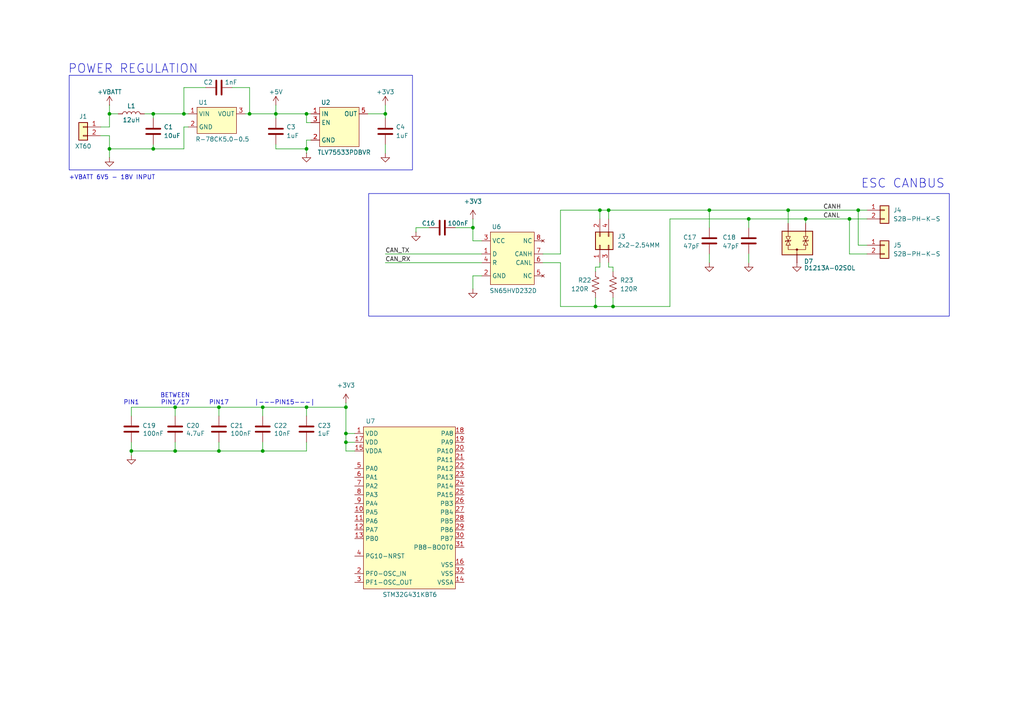
<source format=kicad_sch>
(kicad_sch (version 20231120) (generator "eeschema") (generator_version "8.0")
  (paper "A4")
  (title_block (comment 1 "REVIEWED BY:") (comment 3 "GITHUB: /nikphillydev") (comment 4 "DRAWN BY: N.PHILIPENKO") (comment 5 "SIGNED:"))
  (lib_symbols
    (symbol "Connector_Generic:Conn_01x02" (pin_names (offset 1.016) hide)
      (property "Reference" "J" (at 0 2.54 0))
      (property "Value" "Conn_01x02" (at 0 -5.08 0))
      (symbol "Conn_01x02_1_1"
        (rectangle (start -1.27 -2.413) (end 0 -2.667) (stroke (width 0.1524)))
        (rectangle (start -1.27 0.127) (end 0 -0.127) (stroke (width 0.1524)))
        (rectangle (start -1.27 1.27) (end 1.27 -3.81) (stroke (width 0.254)) (fill (type background)))
        (pin passive line (at -5.08 0 0) (length 3.81) (name "Pin_1") (number "1"))
        (pin passive line (at -5.08 -2.54 0) (length 3.81) (name "Pin_2") (number "2"))
      )
    )
    (symbol "Connector_Generic:Conn_02x02_Odd_Even" (pin_names (offset 1.016) hide)
      (property "Reference" "J" (at 1.27 2.54 0))
      (property "Value" "Conn_02x02_Odd_Even" (at 1.27 -5.08 0))
      (symbol "Conn_02x02_Odd_Even_1_1"
        (rectangle (start -1.27 -2.413) (end 0 -2.667) (stroke (width 0.1524)))
        (rectangle (start -1.27 0.127) (end 0 -0.127) (stroke (width 0.1524)))
        (rectangle (start -1.27 1.27) (end 3.81 -3.81) (stroke (width 0.254)) (fill (type background)))
        (rectangle (start 3.81 -2.413) (end 2.54 -2.667) (stroke (width 0.1524)))
        (rectangle (start 3.81 0.127) (end 2.54 -0.127) (stroke (width 0.1524)))
        (pin passive line (at -5.08 0 0) (length 3.81) (name "Pin_1") (number "1"))
        (pin passive line (at 7.62 0 180) (length 3.81) (name "Pin_2") (number "2"))
        (pin passive line (at -5.08 -2.54 0) (length 3.81) (name "Pin_3") (number "3"))
        (pin passive line (at 7.62 -2.54 180) (length 3.81) (name "Pin_4") (number "4"))
      )
    )
    (symbol "Device:C" (pin_numbers hide) (pin_names (offset 0.254))
      (property "Reference" "C" (at 0.635 2.54 0))
      (property "Value" "C" (at 0.635 -2.54 0))
      (symbol "C_0_1"
        (polyline (pts (xy -2.032 -0.762) (xy 2.032 -0.762)) (stroke (width 0.508)))
        (polyline (pts (xy -2.032 0.762) (xy 2.032 0.762)) (stroke (width 0.508)))
      )
      (symbol "C_1_1"
        (pin passive line (at 0 3.81 270) (length 2.794) (name "~") (number "1"))
        (pin passive line (at 0 -3.81 90) (length 2.794) (name "~") (number "2"))
      )
    )
    (symbol "Device:L" (pin_numbers hide) (pin_names (offset 1.016) hide)
      (property "Reference" "L" (at -1.27 0 90))
      (property "Value" "L" (at 1.905 0 90))
      (symbol "L_0_1"
        (arc (start 0 -2.54) (mid 0.6323 -1.905) (end 0 -1.27))
        (arc (start 0 -1.27) (mid 0.6323 -0.635) (end 0 0))
        (arc (start 0 0) (mid 0.6323 0.635) (end 0 1.27))
        (arc (start 0 1.27) (mid 0.6323 1.905) (end 0 2.54))
      )
      (symbol "L_1_1"
        (pin passive line (at 0 3.81 270) (length 1.27) (name "1") (number "1"))
        (pin passive line (at 0 -3.81 90) (length 1.27) (name "2") (number "2"))
      )
    )
    (symbol "Device:R_US" (pin_numbers hide) (pin_names (offset 0))
      (property "Reference" "R" (at 2.54 0 90))
      (property "Value" "R_US" (at -2.54 0 90))
      (symbol "R_US_0_1"
        (polyline (pts (xy 0 -2.286) (xy 0 -2.54)))
        (polyline (pts (xy 0 2.286) (xy 0 2.54)))
        (polyline (pts (xy 0 -0.762) (xy 1.016 -1.143) (xy 0 -1.524) (xy -1.016 -1.905) (xy 0 -2.286)))
        (polyline (pts (xy 0 0.762) (xy 1.016 0.381) (xy 0 0) (xy -1.016 -0.381) (xy 0 -0.762)))
        (polyline (pts (xy 0 2.286) (xy 1.016 1.905) (xy 0 1.524) (xy -1.016 1.143) (xy 0 0.762)))
      )
      (symbol "R_US_1_1"
        (pin passive line (at 0 3.81 270) (length 1.27) (name "~") (number "1"))
        (pin passive line (at 0 -3.81 90) (length 1.27) (name "~") (number "2"))
      )
    )
    (symbol "ICs:R-78CKxx-0.5"
      (property "Reference" "U" (at -4.318 4.318 0))
      (property "Value" "R-78CKxx-0.5" (at 0.762 -5.842 0))
      (symbol "R-78CKxx-0.5_0_0"
        (pin power_in line (at -7.62 1.27 0) (length 2.54) (name "VIN") (number "1"))
        (pin passive line (at -7.62 -2.54 0) (length 2.54) (name "GND") (number "2"))
      )
      (symbol "R-78CKxx-0.5_1_0"
        (pin power_out line (at 8.89 1.27 180) (length 2.54) (name "VOUT") (number "3"))
      )
      (symbol "R-78CKxx-0.5_1_1"
        (rectangle (start -5.08 3.175) (end 6.35 -4.445) (fill (type background)))
      )
    )
    (symbol "ICs:STM32G431x6/x8/xB_LQFP32"
      (property "Reference" "U" (at -12.7 22.352 0))
      (property "Value" "STM32G431x6/x8/xB_LQFP32" (at -0.508 -27.686 0))
      (symbol "STM32G431x6/x8/xB_LQFP32_0_0"
        (pin power_in line (at -16.51 19.05 0) (length 2.54) (name "VDD") (number "1"))
        (pin passive line (at -16.51 -3.81 0) (length 2.54) (name "PA5") (number "10"))
        (pin passive line (at -16.51 -6.35 0) (length 2.54) (name "PA6") (number "11"))
        (pin passive line (at -16.51 -8.89 0) (length 2.54) (name "PA7") (number "12"))
        (pin passive line (at -16.51 -11.43 0) (length 2.54) (name "PB0") (number "13"))
        (pin passive line (at 15.24 -24.13 180) (length 2.54) (name "VSSA") (number "14"))
        (pin power_in line (at -16.51 13.97 0) (length 2.54) (name "VDDA") (number "15"))
        (pin passive line (at 15.24 -19.05 180) (length 2.54) (name "VSS") (number "16"))
        (pin passive line (at 15.24 19.05 180) (length 2.54) (name "PA8") (number "18"))
        (pin passive line (at 15.24 16.51 180) (length 2.54) (name "PA9") (number "19"))
        (pin passive line (at -16.51 -21.59 0) (length 2.54) (name "PF0-OSC_IN") (number "2"))
        (pin passive line (at 15.24 13.97 180) (length 2.54) (name "PA10") (number "20"))
        (pin passive line (at 15.24 11.43 180) (length 2.54) (name "PA11") (number "21"))
        (pin passive line (at 15.24 8.89 180) (length 2.54) (name "PA12") (number "22"))
        (pin passive line (at 15.24 6.35 180) (length 2.54) (name "PA13") (number "23"))
        (pin passive line (at 15.24 3.81 180) (length 2.54) (name "PA14") (number "24"))
        (pin passive line (at 15.24 1.27 180) (length 2.54) (name "PA15") (number "25"))
        (pin passive line (at 15.24 -1.27 180) (length 2.54) (name "PB3") (number "26"))
        (pin passive line (at 15.24 -3.81 180) (length 2.54) (name "PB4") (number "27"))
        (pin passive line (at 15.24 -6.35 180) (length 2.54) (name "PB5") (number "28"))
        (pin passive line (at 15.24 -8.89 180) (length 2.54) (name "PB6") (number "29"))
        (pin passive line (at -16.51 -24.13 0) (length 2.54) (name "PF1-OSC_OUT") (number "3"))
        (pin passive line (at 15.24 -11.43 180) (length 2.54) (name "PB7") (number "30"))
        (pin passive line (at 15.24 -13.97 180) (length 2.54) (name "PB8-BOOT0") (number "31"))
        (pin passive line (at 15.24 -21.59 180) (length 2.54) (name "VSS") (number "32"))
        (pin passive line (at -16.51 -16.51 0) (length 2.54) (name "PG10-NRST") (number "4"))
        (pin passive line (at -16.51 8.89 0) (length 2.54) (name "PA0") (number "5"))
        (pin passive line (at -16.51 6.35 0) (length 2.54) (name "PA1") (number "6"))
        (pin passive line (at -16.51 3.81 0) (length 2.54) (name "PA2") (number "7"))
        (pin passive line (at -16.51 1.27 0) (length 2.54) (name "PA3") (number "8"))
        (pin passive line (at -16.51 -1.27 0) (length 2.54) (name "PA4") (number "9"))
      )
      (symbol "STM32G431x6/x8/xB_LQFP32_1_0"
        (pin power_in line (at -16.51 16.51 0) (length 2.54) (name "VDD") (number "17"))
      )
      (symbol "STM32G431x6/x8/xB_LQFP32_1_1"
        (rectangle (start -13.97 20.955) (end 12.7 -26.035) (fill (type background)))
      )
    )
    (symbol "ICs:TLV755P-DBV"
      (property "Reference" "U" (at -4.572 5.588 0))
      (property "Value" "TLV755P-DBV" (at 0.508 -8.382 0))
      (symbol "TLV755P-DBV_0_0"
        (pin power_in line (at -7.62 2.54 0) (length 2.54) (name "IN") (number "1"))
        (pin passive line (at -7.62 -5.08 0) (length 2.54) (name "GND") (number "2"))
        (pin passive line (at -7.62 0 0) (length 2.54) (name "EN") (number "3"))
        (pin power_out line (at 8.89 2.54 180) (length 2.54) (name "OUT") (number "5"))
      )
      (symbol "TLV755P-DBV_1_0"
        (pin no_connect line (at 8.89 -5.08 180) (length 2.54) hide (name "NC") (number "4"))
      )
      (symbol "TLV755P-DBV_1_1"
        (rectangle (start -5.08 4.445) (end 6.35 -6.985) (fill (type background)))
      )
    )
    (symbol "SN65HVD232D_1"
      (property "Reference" "U" (at -5.334 8.89 0))
      (property "Value" "SN65HVD232D" (at 0 -9.144 0))
      (symbol "SN65HVD232D_1_0_0"
        (pin power_in line (at -8.89 5.08 0) (length 2.54) (name "VCC") (number "3"))
        (pin no_connect line (at 8.89 -5.08 180) (length 2.54) (name "NC") (number "5"))
        (pin passive line (at 8.89 -1.27 180) (length 2.54) (name "CANL") (number "6"))
        (pin passive line (at 8.89 1.27 180) (length 2.54) (name "CANH") (number "7"))
        (pin no_connect line (at 8.89 5.08 180) (length 2.54) (name "NC") (number "8"))
      )
      (symbol "SN65HVD232D_1_1_0"
        (pin passive line (at -8.89 1.27 0) (length 2.54) (name "D") (number "1"))
        (pin passive line (at -8.89 -5.08 0) (length 2.54) (name "GND") (number "2"))
        (pin passive line (at -8.89 -1.27 0) (length 2.54) (name "R") (number "4"))
      )
      (symbol "SN65HVD232D_1_1_1"
        (rectangle (start -6.35 7.62) (end 6.35 -7.62) (fill (type background)))
      )
    )
    (symbol "TVS_BIDIRECTIONAL_2CH_1" (pin_numbers hide) (pin_names hide)
      (property "Reference" "D" (at 2.54 -5.842 0))
      (symbol "TVS_BIDIRECTIONAL_2CH_1_0_0"
        (pin passive line (at 0 -6.35 90) (length 2.54) (name "A") (number "3"))
      )
      (symbol "TVS_BIDIRECTIONAL_2CH_1_0_1"
        (circle (center 0 -2.54) (radius 0.254) (fill (type outline)))
        (polyline (pts (xy -2.54 2.54) (xy -2.54 1.27)))
        (polyline (pts (xy 0 -2.54) (xy 0 -3.81)))
        (polyline (pts (xy 2.54 2.54) (xy 2.54 1.27)))
        (polyline (pts (xy -3.302 -0.254) (xy -3.302 0) (xy -1.905 0) (xy -1.778 0)))
        (polyline (pts (xy -3.302 -0.254) (xy -3.302 0) (xy -1.905 0) (xy -1.778 0)))
        (polyline (pts (xy -2.54 -1.27) (xy -2.54 -2.54) (xy 2.54 -2.54) (xy 2.54 -1.27)))
        (polyline (pts (xy -2.54 0) (xy -1.905 -1.27) (xy -3.175 -1.27) (xy -2.54 0)))
        (polyline (pts (xy -2.54 0) (xy -1.905 1.27) (xy -3.175 1.27) (xy -2.54 0)))
        (polyline (pts (xy -1.778 0.254) (xy -1.778 0) (xy -3.175 0) (xy -3.302 0)))
        (polyline (pts (xy 1.778 -0.254) (xy 1.778 0) (xy 3.175 0) (xy 3.302 0)))
        (polyline (pts (xy 2.54 0) (xy 1.905 -1.27) (xy 3.175 -1.27) (xy 2.54 0)))
        (polyline (pts (xy 2.54 0) (xy 1.905 1.27) (xy 3.175 1.27) (xy 2.54 0)))
        (polyline (pts (xy 3.302 0.254) (xy 3.302 0) (xy 1.905 0) (xy 1.778 0)))
      )
      (symbol "TVS_BIDIRECTIONAL_2CH_1_1_1"
        (rectangle (start -4.318 2.794) (end 4.572 -4.064) (stroke (width 0.254)) (fill (type background)))
        (pin passive line (at -2.54 5.08 270) (length 2.54) (name "K") (number "1"))
        (pin passive line (at 2.54 5.08 270) (length 2.54) (name "K") (number "2"))
      )
    )
    (symbol "power:+3.3V" (power) (pin_numbers hide) (pin_names (offset 0) hide)
      (property "Value" "+3.3V" (at 0 3.556 0))
      (symbol "+3.3V_0_1"
        (polyline (pts (xy -0.762 1.27) (xy 0 2.54)))
        (polyline (pts (xy 0 0) (xy 0 2.54)))
        (polyline (pts (xy 0 2.54) (xy 0.762 1.27)))
      )
      (symbol "+3.3V_1_1"
        (pin power_in line (at 0 0 90) (length 0) (name "~") (number "1"))
      )
    )
    (symbol "power:GND" (power) (pin_numbers hide) (pin_names (offset 0) hide)
      (property "Value" "GND" (at 0 -3.81 0))
      (symbol "GND_0_1"
        (polyline (pts (xy 0 0) (xy 0 -1.27) (xy 1.27 -1.27) (xy 0 -2.54) (xy -1.27 -1.27) (xy 0 -1.27)))
      )
      (symbol "GND_1_1"
        (pin power_in line (at 0 0 270) (length 0) (name "~") (number "1"))
      )
    )
  )
  (junction (at 100.33 118.11))
  (junction (at 177.8 88.9))
  (junction (at 72.39 33.02))
  (junction (at 111.76 33.02))
  (junction (at 205.74 60.96))
  (junction (at 173.99 60.96))
  (junction (at 137.16 66.04))
  (junction (at 217.17 63.5))
  (junction (at 100.33 125.73))
  (junction (at 50.8 118.11))
  (junction (at 76.2 130.81))
  (junction (at 53.34 33.02))
  (junction (at 50.8 130.81))
  (junction (at 88.9 118.11))
  (junction (at 31.75 33.02))
  (junction (at 31.75 43.18))
  (junction (at 76.2 118.11))
  (junction (at 63.5 130.81))
  (junction (at 176.53 60.96))
  (junction (at 248.92 60.96))
  (junction (at 246.38 63.5))
  (junction (at 233.68 63.5))
  (junction (at 63.5 118.11))
  (junction (at 228.6 60.96))
  (junction (at 38.1 130.81))
  (junction (at 80.01 33.02))
  (junction (at 44.45 33.02))
  (junction (at 88.9 43.18))
  (junction (at 172.72 88.9))
  (junction (at 44.45 43.18))
  (junction (at 88.9 33.02))
  (junction (at 100.33 128.27))
  (wire (pts (xy 72.39 25.4) (xy 72.39 33.02)))
  (wire (pts (xy 31.75 30.48) (xy 31.75 33.02)))
  (wire (pts (xy 102.87 125.73) (xy 100.33 125.73)))
  (wire (pts (xy 50.8 130.81) (xy 38.1 130.81)))
  (wire (pts (xy 205.74 60.96) (xy 228.6 60.96)))
  (wire (pts (xy 102.87 128.27) (xy 100.33 128.27)))
  (wire (pts (xy 172.72 86.36) (xy 172.72 88.9)))
  (wire (pts (xy 50.8 118.11) (xy 50.8 120.65)))
  (wire (pts (xy 173.99 60.96) (xy 173.99 63.5)))
  (wire (pts (xy 120.65 66.04) (xy 120.65 67.31)))
  (wire (pts (xy 76.2 118.11) (xy 88.9 118.11)))
  (wire (pts (xy 217.17 73.66) (xy 217.17 76.2)))
  (wire (pts (xy 38.1 120.65) (xy 38.1 118.11)))
  (wire (pts (xy 67.31 25.4) (xy 72.39 25.4)))
  (wire (pts (xy 63.5 130.81) (xy 50.8 130.81)))
  (wire (pts (xy 162.56 60.96) (xy 173.99 60.96)))
  (wire (pts (xy 162.56 76.2) (xy 162.56 88.9)))
  (wire (pts (xy 38.1 128.27) (xy 38.1 130.81)))
  (wire (pts (xy 251.46 73.66) (xy 246.38 73.66)))
  (wire (pts (xy 44.45 33.02) (xy 53.34 33.02)))
  (wire (pts (xy 63.5 128.27) (xy 63.5 130.81)))
  (wire (pts (xy 72.39 33.02) (xy 80.01 33.02)))
  (wire (pts (xy 111.76 76.2) (xy 139.7 76.2)))
  (wire (pts (xy 172.72 77.47) (xy 172.72 78.74)))
  (wire (pts (xy 246.38 73.66) (xy 246.38 63.5)))
  (wire (pts (xy 29.21 39.37) (xy 31.75 39.37)))
  (wire (pts (xy 251.46 71.12) (xy 248.92 71.12)))
  (wire (pts (xy 173.99 77.47) (xy 172.72 77.47)))
  (wire (pts (xy 88.9 35.56) (xy 88.9 33.02)))
  (wire (pts (xy 137.16 63.5) (xy 137.16 66.04)))
  (wire (pts (xy 80.01 30.48) (xy 80.01 33.02)))
  (wire (pts (xy 50.8 118.11) (xy 63.5 118.11)))
  (wire (pts (xy 53.34 25.4) (xy 53.34 33.02)))
  (wire (pts (xy 44.45 33.02) (xy 44.45 34.29)))
  (wire (pts (xy 100.33 128.27) (xy 100.33 125.73)))
  (wire (pts (xy 205.74 73.66) (xy 205.74 76.2)))
  (wire (pts (xy 205.74 66.04) (xy 205.74 60.96)))
  (wire (pts (xy 88.9 130.81) (xy 76.2 130.81)))
  (wire (pts (xy 162.56 73.66) (xy 162.56 60.96)))
  (wire (pts (xy 176.53 60.96) (xy 205.74 60.96)))
  (wire (pts (xy 100.33 118.11) (xy 100.33 125.73)))
  (wire (pts (xy 100.33 116.84) (xy 100.33 118.11)))
  (wire (pts (xy 80.01 41.91) (xy 80.01 43.18)))
  (wire (pts (xy 76.2 118.11) (xy 76.2 120.65)))
  (wire (pts (xy 44.45 43.18) (xy 31.75 43.18)))
  (wire (pts (xy 44.45 41.91) (xy 44.45 43.18)))
  (wire (pts (xy 228.6 60.96) (xy 228.6 64.77)))
  (wire (pts (xy 137.16 80.01) (xy 137.16 83.82)))
  (wire (pts (xy 132.08 66.04) (xy 137.16 66.04)))
  (wire (pts (xy 41.91 33.02) (xy 44.45 33.02)))
  (wire (pts (xy 248.92 60.96) (xy 251.46 60.96)))
  (wire (pts (xy 111.76 41.91) (xy 111.76 44.45)))
  (wire (pts (xy 53.34 36.83) (xy 54.61 36.83)))
  (wire (pts (xy 100.33 130.81) (xy 100.33 128.27)))
  (wire (pts (xy 217.17 63.5) (xy 217.17 66.04)))
  (wire (pts (xy 76.2 128.27) (xy 76.2 130.81)))
  (wire (pts (xy 228.6 60.96) (xy 248.92 60.96)))
  (wire (pts (xy 194.31 63.5) (xy 217.17 63.5)))
  (wire (pts (xy 217.17 63.5) (xy 233.68 63.5)))
  (wire (pts (xy 177.8 86.36) (xy 177.8 88.9)))
  (wire (pts (xy 111.76 30.48) (xy 111.76 33.02)))
  (wire (pts (xy 177.8 77.47) (xy 177.8 78.74)))
  (wire (pts (xy 31.75 36.83) (xy 29.21 36.83)))
  (wire (pts (xy 31.75 33.02) (xy 34.29 33.02)))
  (wire (pts (xy 90.17 35.56) (xy 88.9 35.56)))
  (wire (pts (xy 31.75 33.02) (xy 31.75 36.83)))
  (wire (pts (xy 124.46 66.04) (xy 120.65 66.04)))
  (wire (pts (xy 80.01 34.29) (xy 80.01 33.02)))
  (wire (pts (xy 88.9 40.64) (xy 88.9 43.18)))
  (wire (pts (xy 139.7 69.85) (xy 137.16 69.85)))
  (wire (pts (xy 72.39 33.02) (xy 71.12 33.02)))
  (wire (pts (xy 53.34 36.83) (xy 53.34 43.18)))
  (wire (pts (xy 137.16 66.04) (xy 137.16 69.85)))
  (wire (pts (xy 102.87 130.81) (xy 100.33 130.81)))
  (wire (pts (xy 106.68 33.02) (xy 111.76 33.02)))
  (wire (pts (xy 88.9 118.11) (xy 100.33 118.11)))
  (wire (pts (xy 173.99 60.96) (xy 176.53 60.96)))
  (wire (pts (xy 233.68 63.5) (xy 246.38 63.5)))
  (wire (pts (xy 31.75 39.37) (xy 31.75 43.18)))
  (wire (pts (xy 31.75 43.18) (xy 31.75 45.72)))
  (wire (pts (xy 76.2 130.81) (xy 63.5 130.81)))
  (wire (pts (xy 172.72 88.9) (xy 177.8 88.9)))
  (wire (pts (xy 111.76 73.66) (xy 139.7 73.66)))
  (wire (pts (xy 50.8 128.27) (xy 50.8 130.81)))
  (wire (pts (xy 59.69 25.4) (xy 53.34 25.4)))
  (wire (pts (xy 38.1 130.81) (xy 38.1 132.08)))
  (wire (pts (xy 176.53 60.96) (xy 176.53 63.5)))
  (wire (pts (xy 157.48 73.66) (xy 162.56 73.66)))
  (wire (pts (xy 63.5 118.11) (xy 63.5 120.65)))
  (wire (pts (xy 233.68 64.77) (xy 233.68 63.5)))
  (wire (pts (xy 38.1 118.11) (xy 50.8 118.11)))
  (wire (pts (xy 88.9 33.02) (xy 90.17 33.02)))
  (wire (pts (xy 139.7 80.01) (xy 137.16 80.01)))
  (wire (pts (xy 194.31 88.9) (xy 194.31 63.5)))
  (wire (pts (xy 177.8 88.9) (xy 194.31 88.9)))
  (wire (pts (xy 80.01 33.02) (xy 88.9 33.02)))
  (wire (pts (xy 53.34 33.02) (xy 54.61 33.02)))
  (wire (pts (xy 248.92 60.96) (xy 248.92 71.12)))
  (wire (pts (xy 176.53 76.2) (xy 176.53 77.47)))
  (wire (pts (xy 80.01 43.18) (xy 88.9 43.18)))
  (wire (pts (xy 90.17 40.64) (xy 88.9 40.64)))
  (wire (pts (xy 111.76 33.02) (xy 111.76 34.29)))
  (wire (pts (xy 173.99 76.2) (xy 173.99 77.47)))
  (wire (pts (xy 63.5 118.11) (xy 76.2 118.11)))
  (wire (pts (xy 88.9 43.18) (xy 88.9 44.45)))
  (wire (pts (xy 88.9 118.11) (xy 88.9 120.65)))
  (wire (pts (xy 88.9 128.27) (xy 88.9 130.81)))
  (wire (pts (xy 162.56 88.9) (xy 172.72 88.9)))
  (wire (pts (xy 157.48 76.2) (xy 162.56 76.2)))
  (wire (pts (xy 176.53 77.47) (xy 177.8 77.47)))
  (wire (pts (xy 53.34 43.18) (xy 44.45 43.18)))
  (wire (pts (xy 246.38 63.5) (xy 251.46 63.5)))
  (rectangle (start 20.066 21.844) (end 119.634 49.276))
  (rectangle (start 106.934 56.134) (end 275.336 91.694))
  (text "|---PIN15---|" (at 82.55 116.84 0) (effects (font (size 1.27 1.27))))
  (text "POWER REGULATION" (at 38.608 20.066 0) (effects (font (size 2.54 2.54))))
  (text "PIN1" (at 38.1 116.84 0) (effects (font (size 1.27 1.27))))
  (text "+VBATT 6V5 - 18V INPUT" (at 32.512 51.562 0) (effects (font (size 1.27 1.27))))
  (text "ESC CANBUS" (at 261.874 53.34 0) (effects (font (size 2.54 2.54))))
  (text "PIN17" (at 63.5 116.84 0) (effects (font (size 1.27 1.27))))
  (text "BETWEEN\nPIN1/17" (at 50.8 115.824 0) (effects (font (size 1.27 1.27))))
  (label "CAN_RX" (at 111.76 76.2 0))
  (label "CAN_TX" (at 111.76 73.66 0))
  (label "CANL" (at 238.76 63.5 0))
  (label "CANH" (at 238.76 60.96 0))
  (symbol (lib_name "SN65HVD232D_1") (lib_id "ICs:SN65HVD232D") (at 148.59 74.93 0) (unit 1)
    (property "Reference" "U6" (at 144.018 65.786 0))
    (property "Value" "SN65HVD232D" (at 148.844 84.328 0))
    (property "Footprint" "ICs:TI_SOIC-8" (effects (hide yes)))
    (property "JLCPCB Part#" "C30530" (effects (hide yes)))
  )
  (symbol (lib_id "Device:C") (at 88.9 124.46 180) (unit 1)
    (property "Reference" "C23" (at 96.012 123.444 0) (effects (justify left)))
    (property "Value" "1uF" (at 95.758 125.73 0) (effects (justify left)))
    (property "Footprint" "Capacitors:CAP_0402_1005Metric" (effects (hide yes)))
    (property "Description" "Unpolarized capacitor" (effects (hide yes)))
    (property "JLCPCB Part#" "C77020" (effects (hide yes)))
  )
  (symbol (lib_id "power:GND") (at 231.14 76.2 0) (unit 1)
    (property "Reference" "#PWR034" (effects (hide yes)))
    (property "Value" "GND" (effects (hide yes)))
    (property "Description" "Power symbol creates a global label with name \"GND\" , ground" (effects (hide yes)))
  )
  (symbol (lib_id "Connector_Generic:Conn_02x02_Odd_Even") (at 173.99 71.12 90) (unit 1)
    (property "Reference" "J3" (at 179.07 68.5799 90) (effects (justify right)))
    (property "Value" "2x2-2.54MM " (at 179.07 71.1199 90) (effects (justify right)))
    (property "Footprint" "Connectors:CONN_MALE_TH_2.54MM_2x2" (effects (hide yes)))
    (property "Description" "Generic connector, double row, 02x02, odd/even pin numbering scheme (row 1 odd numbers, row 2 even numbers), script generated (kicad-library-utils/schlib/autogen/connector/)" (effects (hide yes)))
    (property "JLCPCB Part#" "C66690" (effects (hide yes)))
  )
  (symbol (lib_id "power:GND") (at 217.17 76.2 0) (unit 1)
    (property "Reference" "#PWR033" (effects (hide yes)))
    (property "Value" "GND" (effects (hide yes)))
    (property "Description" "Power symbol creates a global label with name \"GND\" , ground" (effects (hide yes)))
  )
  (symbol (lib_id "Device:C") (at 217.17 69.85 0) (unit 1)
    (property "Reference" "C18" (at 209.55 68.834 0) (effects (justify left)))
    (property "Value" "47pF" (at 209.55 71.374 0) (effects (justify left)))
    (property "Footprint" "Capacitors:CAP_0402_1005Metric" (effects (hide yes)))
    (property "Description" "Unpolarized capacitor" (effects (hide yes)))
    (property "JLCPCB Part#" "C76970" (effects (hide yes)))
  )
  (symbol (lib_id "power:+3.3V") (at 111.76 30.48 0) (unit 1)
    (property "Reference" "#PWR05" (effects (hide yes)))
    (property "Value" "+3V3" (at 111.76 26.67 0))
    (property "Description" "Power symbol creates a global label with name \"+3.3V\"" (effects (hide yes)))
  )
  (symbol (lib_id "Device:R_US") (at 177.8 82.55 0) (unit 1)
    (property "Reference" "R23" (at 179.832 81.28 0) (effects (justify left)))
    (property "Value" "120R" (at 179.832 83.82 0) (effects (justify left)))
    (property "Footprint" "Resistors:RES_0603_1608Metric" (effects (hide yes)))
    (property "Description" "Resistor, US symbol" (effects (hide yes)))
    (property "JLCPCB Part#" "C22787" (effects (hide yes)))
  )
  (symbol (lib_id "Connector_Generic:Conn_01x02") (at 24.13 36.83 0) (mirror y) (unit 1)
    (property "Reference" "J1" (at 24.13 33.782 0))
    (property "Value" "XT60" (at 24.13 42.418 0))
    (property "Footprint" "Connectors:CONN_MALE_TH_XT60" (effects (hide yes)))
    (property "Description" "Generic connector, single row, 01x02, script generated (kicad-library-utils/schlib/autogen/connector/)" (effects (hide yes)))
  )
  (symbol (lib_id "power:GND") (at 88.9 44.45 0) (unit 1)
    (property "Reference" "#PWR04" (effects (hide yes)))
    (property "Value" "GND" (effects (hide yes)))
    (property "Description" "Power symbol creates a global label with name \"GND\" , ground" (effects (hide yes)))
  )
  (symbol (lib_id "power:GND") (at 38.1 132.08 0) (unit 1)
    (property "Reference" "#PWR035" (effects (hide yes)))
    (property "Value" "GND" (effects (hide yes)))
    (property "Description" "Power symbol creates a global label with name \"GND\" , ground" (effects (hide yes)))
  )
  (symbol (lib_id "power:GND") (at 120.65 67.31 0) (unit 1)
    (property "Reference" "#PWR029" (effects (hide yes)))
    (property "Value" "GND" (effects (hide yes)))
    (property "Description" "Power symbol creates a global label with name \"GND\" , ground" (effects (hide yes)))
  )
  (symbol (lib_id "Device:C") (at 111.76 38.1 0) (unit 1)
    (property "Reference" "C4" (at 114.808 36.83 0) (effects (justify left)))
    (property "Value" "1uF" (at 114.808 39.37 0) (effects (justify left)))
    (property "Description" "Unpolarized capacitor" (effects (hide yes)))
  )
  (symbol (lib_id "ICs:STM32G431x6/x8/xB_LQFP32") (at 119.38 144.78 0) (unit 1)
    (property "Reference" "U7" (at 107.442 122.174 0))
    (property "Value" "STM32G431KBT6" (at 118.872 172.466 0))
    (property "Footprint" "ICs:STM_LQFP32" (effects (hide yes)))
  )
  (symbol (lib_id "power:GND") (at 205.74 76.2 0) (unit 1)
    (property "Reference" "#PWR032" (effects (hide yes)))
    (property "Value" "GND" (effects (hide yes)))
    (property "Description" "Power symbol creates a global label with name \"GND\" , ground" (effects (hide yes)))
  )
  (symbol (lib_id "power:+3.3V") (at 80.01 30.48 0) (unit 1)
    (property "Reference" "#PWR03" (effects (hide yes)))
    (property "Value" "+5V" (at 80.01 26.67 0))
    (property "Description" "Power symbol creates a global label with name \"+3.3V\"" (effects (hide yes)))
  )
  (symbol (lib_id "power:GND") (at 31.75 45.72 0) (unit 1)
    (property "Reference" "#PWR02" (effects (hide yes)))
    (property "Value" "GND" (effects (hide yes)))
    (property "Description" "Power symbol creates a global label with name \"GND\" , ground" (effects (hide yes)))
  )
  (symbol (lib_id "Device:C") (at 50.8 124.46 180) (unit 1)
    (property "Reference" "C20" (at 57.912 123.444 0) (effects (justify left)))
    (property "Value" "4.7uF" (at 59.436 125.73 0) (effects (justify left)))
    (property "Footprint" "Capacitors:CAP_0402_1005Metric" (effects (hide yes)))
    (property "Description" "Unpolarized capacitor" (effects (hide yes)))
    (property "JLCPCB Part#" "C77020" (effects (hide yes)))
  )
  (symbol (lib_id "Device:C") (at 205.74 69.85 0) (unit 1)
    (property "Reference" "C17" (at 198.12 68.834 0) (effects (justify left)))
    (property "Value" "47pF" (at 198.12 71.374 0) (effects (justify left)))
    (property "Footprint" "Capacitors:CAP_0402_1005Metric" (effects (hide yes)))
    (property "Description" "Unpolarized capacitor" (effects (hide yes)))
    (property "JLCPCB Part#" "C76970" (effects (hide yes)))
  )
  (symbol (lib_id "Device:C") (at 38.1 124.46 180) (unit 1)
    (property "Reference" "C19" (at 45.212 123.444 0) (effects (justify left)))
    (property "Value" "100nF" (at 47.498 125.73 0) (effects (justify left)))
    (property "Footprint" "Capacitors:CAP_0402_1005Metric" (effects (hide yes)))
    (property "Description" "Unpolarized capacitor" (effects (hide yes)))
    (property "JLCPCB Part#" "C77020" (effects (hide yes)))
  )
  (symbol (lib_id "Connector_Generic:Conn_01x02") (at 256.54 60.96 0) (unit 1)
    (property "Reference" "J4" (at 259.08 60.9599 0) (effects (justify left)))
    (property "Value" "S2B-PH-K-S" (at 259.08 63.4999 0) (effects (justify left)))
    (property "Footprint" "Connectors:CONN_JST_S2B-PH-K-S" (effects (hide yes)))
    (property "Description" "Generic connector, single row, 01x02, script generated (kicad-library-utils/schlib/autogen/connector/)" (effects (hide yes)))
    (property "JLCPCB Part#" "C173752" (effects (hide yes)))
  )
  (symbol (lib_id "Device:C") (at 63.5 124.46 180) (unit 1)
    (property "Reference" "C21" (at 70.612 123.444 0) (effects (justify left)))
    (property "Value" "100nF" (at 72.898 125.73 0) (effects (justify left)))
    (property "Footprint" "Capacitors:CAP_0402_1005Metric" (effects (hide yes)))
    (property "Description" "Unpolarized capacitor" (effects (hide yes)))
    (property "JLCPCB Part#" "C77020" (effects (hide yes)))
  )
  (symbol (lib_id "power:GND") (at 137.16 83.82 0) (unit 1)
    (property "Reference" "#PWR031" (effects (hide yes)))
    (property "Value" "GND" (effects (hide yes)))
    (property "Description" "Power symbol creates a global label with name \"GND\" , ground" (effects (hide yes)))
  )
  (symbol (lib_id "Connector_Generic:Conn_01x02") (at 256.54 71.12 0) (unit 1)
    (property "Reference" "J5" (at 259.08 71.1199 0) (effects (justify left)))
    (property "Value" "S2B-PH-K-S" (at 259.08 73.6599 0) (effects (justify left)))
    (property "Footprint" "Connectors:CONN_JST_S2B-PH-K-S" (effects (hide yes)))
    (property "Description" "Generic connector, single row, 01x02, script generated (kicad-library-utils/schlib/autogen/connector/)" (effects (hide yes)))
    (property "JLCPCB Part#" "C173752" (effects (hide yes)))
  )
  (symbol (lib_id "power:+3.3V") (at 31.75 30.48 0) (unit 1)
    (property "Reference" "#PWR01" (effects (hide yes)))
    (property "Value" "+VBATT" (at 31.75 26.67 0))
    (property "Description" "Power symbol creates a global label with name \"+3.3V\"" (effects (hide yes)))
  )
  (symbol (lib_id "Device:C") (at 44.45 38.1 0) (unit 1)
    (property "Reference" "C1" (at 47.498 36.83 0) (effects (justify left)))
    (property "Value" "10uF" (at 47.498 39.37 0) (effects (justify left)))
    (property "Description" "Unpolarized capacitor" (effects (hide yes)))
  )
  (symbol (lib_id "Device:R_US") (at 172.72 82.55 0) (unit 1)
    (property "Reference" "R22" (at 167.64 81.28 0) (effects (justify left)))
    (property "Value" "120R" (at 165.608 83.82 0) (effects (justify left)))
    (property "Footprint" "Resistors:RES_0603_1608Metric" (effects (hide yes)))
    (property "Description" "Resistor, US symbol" (effects (hide yes)))
    (property "JLCPCB Part#" "C22787" (effects (hide yes)))
  )
  (symbol (lib_name "TVS_BIDIRECTIONAL_2CH_1") (lib_id "Diodes:TVS_BIDIRECTIONAL_2CH") (at 231.14 69.85 0) (unit 1)
    (property "Reference" "D7" (at 233.172 75.8189 0) (effects (justify left)))
    (property "Value" "D1213A-02SOL" (at 233.172 77.724 0) (effects (justify left)))
    (property "Footprint" "Diodes:DiodesINC_SOT23-3" (effects (hide yes)))
    (property "JLCPCB Part#" "C460585" (effects (hide yes)))
  )
  (symbol (lib_id "Device:L") (at 38.1 33.02 90) (unit 1)
    (property "Reference" "L1" (at 38.1 30.734 90))
    (property "Value" "12uH" (at 38.1 34.798 90))
    (property "Footprint" "Inductors:Abracon_ASPI-6045S" (effects (hide yes)))
    (property "Description" "Inductor" (effects (hide yes)))
  )
  (symbol (lib_id "Device:C") (at 80.01 38.1 0) (unit 1)
    (property "Reference" "C3" (at 83.058 36.83 0) (effects (justify left)))
    (property "Value" "1uF" (at 83.058 39.37 0) (effects (justify left)))
    (property "Description" "Unpolarized capacitor" (effects (hide yes)))
  )
  (symbol (lib_id "power:+3.3V") (at 100.33 116.84 0) (unit 1)
    (property "Reference" "#PWR036" (effects (hide yes)))
    (property "Value" "+3V3" (at 100.33 111.76 0))
    (property "Description" "Power symbol creates a global label with name \"+3.3V\"" (effects (hide yes)))
  )
  (symbol (lib_id "Device:C") (at 76.2 124.46 180) (unit 1)
    (property "Reference" "C22" (at 83.312 123.444 0) (effects (justify left)))
    (property "Value" "10nF" (at 84.328 125.73 0) (effects (justify left)))
    (property "Footprint" "Capacitors:CAP_0402_1005Metric" (effects (hide yes)))
    (property "Description" "Unpolarized capacitor" (effects (hide yes)))
    (property "JLCPCB Part#" "C77020" (effects (hide yes)))
  )
  (symbol (lib_id "ICs:R-78CKxx-0.5") (at 62.23 34.29 0) (unit 1)
    (property "Reference" "U1" (at 58.928 29.718 0))
    (property "Value" "R-78CK5.0-0.5" (at 64.516 40.386 0))
    (property "Footprint" "ICs:RECOM_SIP-3" (effects (hide yes)))
  )
  (symbol (lib_id "ICs:TLV755P-DBV") (at 97.79 35.56 0) (unit 1)
    (property "Reference" "U2" (at 94.488 29.718 0))
    (property "Value" "TLV75533PDBVR" (at 99.822 44.196 0))
    (property "Footprint" "ICs:TI_SOT23-5" (effects (hide yes)))
  )
  (symbol (lib_id "power:+3.3V") (at 137.16 63.5 0) (unit 1)
    (property "Reference" "#PWR030" (effects (hide yes)))
    (property "Value" "+3V3" (at 137.16 58.42 0))
    (property "Description" "Power symbol creates a global label with name \"+3.3V\"" (effects (hide yes)))
  )
  (symbol (lib_id "power:GND") (at 111.76 44.45 0) (unit 1)
    (property "Reference" "#PWR06" (effects (hide yes)))
    (property "Value" "GND" (effects (hide yes)))
    (property "Description" "Power symbol creates a global label with name \"GND\" , ground" (effects (hide yes)))
  )
  (symbol (lib_id "Device:C") (at 128.27 66.04 90) (unit 1)
    (property "Reference" "C16" (at 126.238 64.77 90) (effects (justify left)))
    (property "Value" "100nF" (at 135.89 64.77 90) (effects (justify left)))
    (property "Footprint" "Capacitors:CAP_0402_1005Metric" (effects (hide yes)))
    (property "Description" "Unpolarized capacitor" (effects (hide yes)))
    (property "JLCPCB Part#" "C77020" (effects (hide yes)))
  )
  (symbol (lib_id "Device:C") (at 63.5 25.4 90) (unit 1)
    (property "Reference" "C2" (at 61.722 23.876 90) (effects (justify left)))
    (property "Value" "1nF" (at 68.834 23.876 90) (effects (justify left)))
    (property "Description" "Unpolarized capacitor" (effects (hide yes)))
  )
)
</source>
